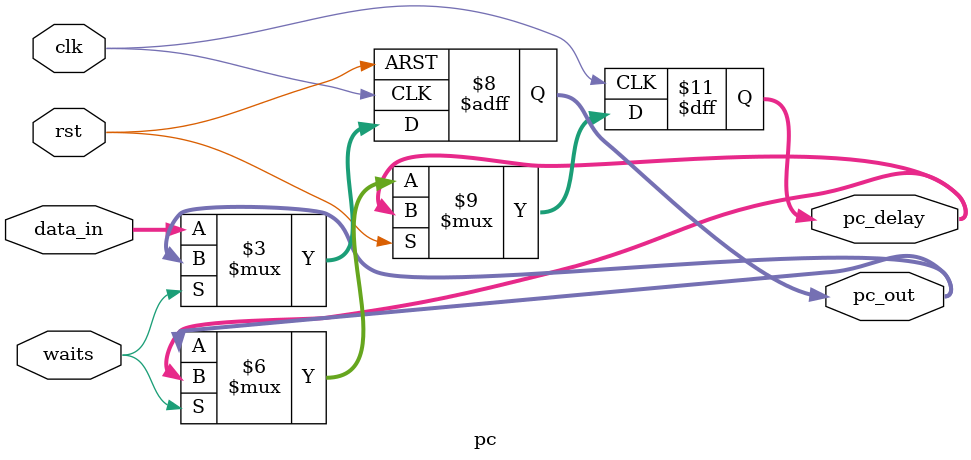
<source format=sv>
`ifndef __PC_SV
`define __PC_SV
`ifdef VERILATOR

`else

`endif

module pc(
   input clk,
   input rst,
   input [63:0] data_in,
   output logic [63:0] pc_out,
   output logic [63:0] pc_delay,
   input logic waits
   );

   always @(posedge clk,posedge rst) begin
       if (rst) begin
           pc_out = 64'h80000000;
       end
       else if(waits) begin
			 pc_out =  pc_out;
		end 
        else begin
        pc_delay=pc_out;
			 pc_out = data_in;
		end

        
   end
endmodule

`endif
</source>
